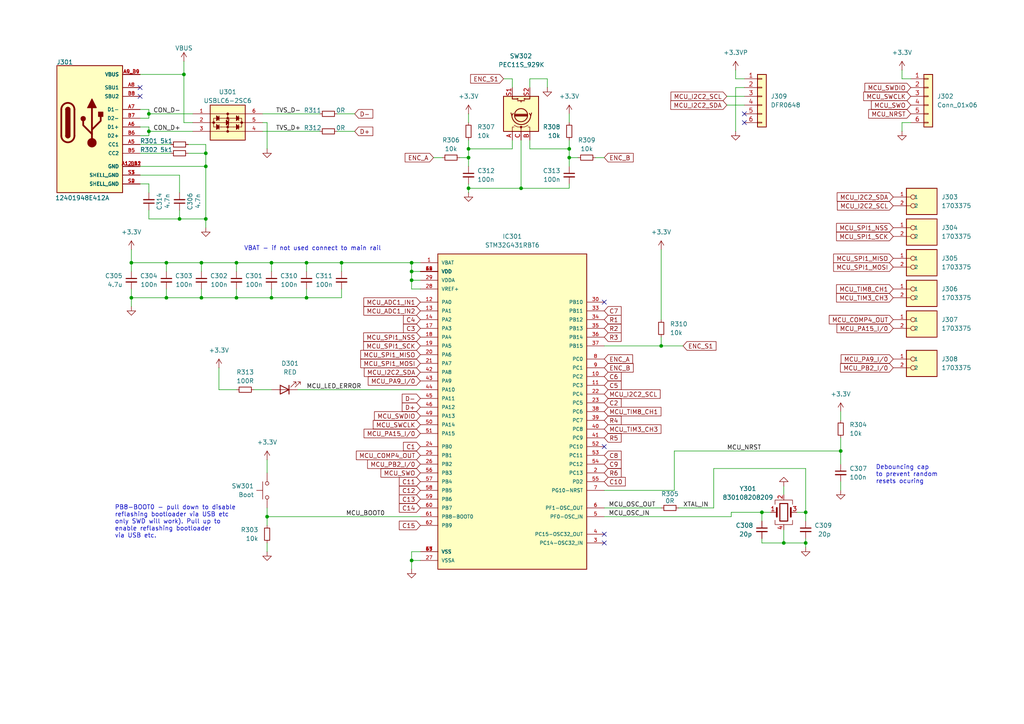
<source format=kicad_sch>
(kicad_sch (version 20231120) (generator "eeschema") (generator_version "8.0")
  (paper "A4")
  (title_block (title "DevKeyboard") (date "2024-07-13") (rev "1.0") (company "WM"))
  (junction (at 191.77 100.33))
  (junction (at 68.58 76.2))
  (junction (at 135.89 43.18))
  (junction (at 43.18 33.02))
  (junction (at 99.06 76.2))
  (junction (at 135.89 54.61))
  (junction (at 48.26 86.36))
  (junction (at 59.69 48.26))
  (junction (at 151.13 54.61))
  (junction (at 59.69 63.5))
  (junction (at 43.18 38.1))
  (junction (at 119.38 78.74))
  (junction (at 53.34 21.59))
  (junction (at 38.1 76.2))
  (junction (at 68.58 86.36))
  (junction (at 58.42 76.2))
  (junction (at 233.68 148.59))
  (junction (at 38.1 86.36))
  (junction (at 59.69 44.45))
  (junction (at 78.74 76.2))
  (junction (at 227.33 157.48))
  (junction (at 220.98 148.59))
  (junction (at 119.38 162.56))
  (junction (at 165.1 43.18))
  (junction (at 77.47 149.86))
  (junction (at 243.84 130.81))
  (junction (at 58.42 86.36))
  (junction (at 48.26 76.2))
  (junction (at 78.74 86.36))
  (junction (at 119.38 76.2))
  (junction (at 135.89 45.72))
  (junction (at 88.9 86.36))
  (junction (at 233.68 157.48))
  (junction (at 165.1 45.72))
  (junction (at 52.07 63.5))
  (junction (at 119.38 81.28))
  (junction (at 88.9 76.2))
  (no_connect (at 215.9 35.56))
  (no_connect (at 175.26 157.48))
  (no_connect (at 175.26 129.54))
  (no_connect (at 215.9 33.02))
  (no_connect (at 175.26 87.63))
  (no_connect (at 40.64 25.4))
  (no_connect (at 40.64 27.94))
  (no_connect (at 175.26 154.94))
  (wire (pts (xy 38.1 76.2) (xy 38.1 78.74)))
  (wire (pts (xy 135.89 43.18) (xy 135.89 45.72)))
  (wire (pts (xy 151.13 54.61) (xy 135.89 54.61)))
  (wire (pts (xy 243.84 130.81) (xy 243.84 134.62)))
  (wire (pts (xy 68.58 113.03) (xy 63.5 113.03)))
  (wire (pts (xy 54.61 44.45) (xy 59.69 44.45)))
  (wire (pts (xy 121.92 160.02) (xy 119.38 160.02)))
  (wire (pts (xy 76.2 33.02) (xy 92.71 33.02)))
  (wire (pts (xy 165.1 45.72) (xy 167.64 45.72)))
  (wire (pts (xy 227.33 140.97) (xy 227.33 143.51)))
  (wire (pts (xy 68.58 83.82) (xy 68.58 86.36)))
  (wire (pts (xy 43.18 36.83) (xy 43.18 38.1)))
  (wire (pts (xy 213.36 22.86) (xy 215.9 22.86)))
  (wire (pts (xy 97.79 38.1) (xy 102.87 38.1)))
  (wire (pts (xy 191.77 97.79) (xy 191.77 100.33)))
  (wire (pts (xy 125.73 45.72) (xy 128.27 45.72)))
  (wire (pts (xy 119.38 76.2) (xy 121.92 76.2)))
  (wire (pts (xy 119.38 162.56) (xy 119.38 165.1)))
  (wire (pts (xy 153.67 40.64) (xy 153.67 43.18)))
  (wire (pts (xy 264.16 35.56) (xy 261.62 35.56)))
  (wire (pts (xy 175.26 45.72) (xy 172.72 45.72)))
  (wire (pts (xy 231.14 148.59) (xy 233.68 148.59)))
  (wire (pts (xy 207.01 147.32) (xy 207.01 135.89)))
  (wire (pts (xy 38.1 83.82) (xy 38.1 86.36)))
  (wire (pts (xy 213.36 38.1) (xy 213.36 25.4)))
  (wire (pts (xy 54.61 41.91) (xy 59.69 41.91)))
  (wire (pts (xy 153.67 22.86) (xy 158.75 22.86)))
  (wire (pts (xy 88.9 76.2) (xy 88.9 78.74)))
  (wire (pts (xy 261.62 35.56) (xy 261.62 38.1)))
  (wire (pts (xy 40.64 21.59) (xy 53.34 21.59)))
  (wire (pts (xy 49.53 41.91) (xy 40.64 41.91)))
  (wire (pts (xy 212.09 149.86) (xy 212.09 148.59)))
  (wire (pts (xy 43.18 38.1) (xy 55.88 38.1)))
  (wire (pts (xy 77.47 133.35) (xy 77.47 137.16)))
  (wire (pts (xy 59.69 48.26) (xy 59.69 63.5)))
  (wire (pts (xy 119.38 160.02) (xy 119.38 162.56)))
  (wire (pts (xy 233.68 148.59) (xy 233.68 151.13)))
  (wire (pts (xy 97.79 33.02) (xy 102.87 33.02)))
  (wire (pts (xy 63.5 113.03) (xy 63.5 106.68)))
  (wire (pts (xy 135.89 45.72) (xy 135.89 48.26)))
  (wire (pts (xy 53.34 21.59) (xy 53.34 17.78)))
  (wire (pts (xy 40.64 53.34) (xy 43.18 53.34)))
  (wire (pts (xy 220.98 151.13) (xy 220.98 148.59)))
  (wire (pts (xy 43.18 38.1) (xy 43.18 39.37)))
  (wire (pts (xy 43.18 53.34) (xy 43.18 55.88)))
  (wire (pts (xy 165.1 53.34) (xy 165.1 54.61)))
  (wire (pts (xy 148.59 40.64) (xy 148.59 43.18)))
  (wire (pts (xy 165.1 43.18) (xy 165.1 45.72)))
  (wire (pts (xy 165.1 45.72) (xy 165.1 48.26)))
  (wire (pts (xy 52.07 63.5) (xy 59.69 63.5)))
  (wire (pts (xy 213.36 20.32) (xy 213.36 22.86)))
  (wire (pts (xy 40.64 39.37) (xy 43.18 39.37)))
  (wire (pts (xy 43.18 63.5) (xy 52.07 63.5)))
  (wire (pts (xy 148.59 25.4) (xy 148.59 22.86)))
  (wire (pts (xy 233.68 148.59) (xy 233.68 135.89)))
  (wire (pts (xy 196.85 147.32) (xy 207.01 147.32)))
  (wire (pts (xy 210.82 30.48) (xy 215.9 30.48)))
  (wire (pts (xy 77.47 149.86) (xy 77.47 147.32)))
  (wire (pts (xy 49.53 44.45) (xy 40.64 44.45)))
  (wire (pts (xy 88.9 86.36) (xy 78.74 86.36)))
  (wire (pts (xy 68.58 76.2) (xy 58.42 76.2)))
  (wire (pts (xy 99.06 86.36) (xy 88.9 86.36)))
  (wire (pts (xy 119.38 81.28) (xy 119.38 78.74)))
  (wire (pts (xy 195.58 130.81) (xy 243.84 130.81)))
  (wire (pts (xy 175.26 147.32) (xy 191.77 147.32)))
  (wire (pts (xy 264.16 22.86) (xy 261.62 22.86)))
  (wire (pts (xy 243.84 119.38) (xy 243.84 121.92)))
  (wire (pts (xy 119.38 81.28) (xy 121.92 81.28)))
  (wire (pts (xy 165.1 54.61) (xy 151.13 54.61)))
  (wire (pts (xy 261.62 22.86) (xy 261.62 20.32)))
  (wire (pts (xy 99.06 83.82) (xy 99.06 86.36)))
  (wire (pts (xy 40.64 36.83) (xy 43.18 36.83)))
  (wire (pts (xy 135.89 40.64) (xy 135.89 43.18)))
  (wire (pts (xy 38.1 86.36) (xy 48.26 86.36)))
  (wire (pts (xy 191.77 100.33) (xy 198.12 100.33)))
  (wire (pts (xy 43.18 60.96) (xy 43.18 63.5)))
  (wire (pts (xy 220.98 156.21) (xy 220.98 157.48)))
  (wire (pts (xy 191.77 72.39) (xy 191.77 92.71)))
  (wire (pts (xy 135.89 33.02) (xy 135.89 35.56)))
  (wire (pts (xy 53.34 35.56) (xy 55.88 35.56)))
  (wire (pts (xy 58.42 83.82) (xy 58.42 86.36)))
  (wire (pts (xy 68.58 76.2) (xy 68.58 78.74)))
  (wire (pts (xy 148.59 43.18) (xy 135.89 43.18)))
  (wire (pts (xy 135.89 55.88) (xy 135.89 54.61)))
  (wire (pts (xy 88.9 76.2) (xy 78.74 76.2)))
  (wire (pts (xy 175.26 142.24) (xy 195.58 142.24)))
  (wire (pts (xy 77.47 160.02) (xy 77.47 157.48)))
  (wire (pts (xy 99.06 76.2) (xy 119.38 76.2)))
  (wire (pts (xy 38.1 72.39) (xy 38.1 76.2)))
  (wire (pts (xy 77.47 149.86) (xy 121.92 149.86)))
  (wire (pts (xy 43.18 33.02) (xy 55.88 33.02)))
  (wire (pts (xy 48.26 83.82) (xy 48.26 86.36)))
  (wire (pts (xy 227.33 153.67) (xy 227.33 157.48)))
  (wire (pts (xy 76.2 38.1) (xy 92.71 38.1)))
  (wire (pts (xy 135.89 54.61) (xy 135.89 53.34)))
  (wire (pts (xy 207.01 135.89) (xy 233.68 135.89)))
  (wire (pts (xy 59.69 44.45) (xy 59.69 48.26)))
  (wire (pts (xy 88.9 83.82) (xy 88.9 86.36)))
  (wire (pts (xy 58.42 76.2) (xy 48.26 76.2)))
  (wire (pts (xy 175.26 100.33) (xy 191.77 100.33)))
  (wire (pts (xy 58.42 76.2) (xy 58.42 78.74)))
  (wire (pts (xy 175.26 149.86) (xy 212.09 149.86)))
  (wire (pts (xy 40.64 50.8) (xy 52.07 50.8)))
  (wire (pts (xy 121.92 162.56) (xy 119.38 162.56)))
  (wire (pts (xy 146.05 22.86) (xy 148.59 22.86)))
  (wire (pts (xy 76.2 35.56) (xy 77.47 35.56)))
  (wire (pts (xy 165.1 33.02) (xy 165.1 35.56)))
  (wire (pts (xy 99.06 76.2) (xy 88.9 76.2)))
  (wire (pts (xy 38.1 88.9) (xy 38.1 86.36)))
  (wire (pts (xy 195.58 142.24) (xy 195.58 130.81)))
  (wire (pts (xy 40.64 34.29) (xy 43.18 34.29)))
  (wire (pts (xy 52.07 60.96) (xy 52.07 63.5)))
  (wire (pts (xy 135.89 45.72) (xy 133.35 45.72)))
  (wire (pts (xy 77.47 152.4) (xy 77.47 149.86)))
  (wire (pts (xy 119.38 78.74) (xy 121.92 78.74)))
  (wire (pts (xy 233.68 156.21) (xy 233.68 157.48)))
  (wire (pts (xy 48.26 86.36) (xy 58.42 86.36)))
  (wire (pts (xy 151.13 40.64) (xy 151.13 54.61)))
  (wire (pts (xy 53.34 21.59) (xy 53.34 35.56)))
  (wire (pts (xy 233.68 157.48) (xy 233.68 158.75)))
  (wire (pts (xy 86.36 113.03) (xy 121.92 113.03)))
  (wire (pts (xy 59.69 41.91) (xy 59.69 44.45)))
  (wire (pts (xy 59.69 63.5) (xy 59.69 66.04)))
  (wire (pts (xy 40.64 48.26) (xy 59.69 48.26)))
  (wire (pts (xy 52.07 50.8) (xy 52.07 55.88)))
  (wire (pts (xy 58.42 86.36) (xy 68.58 86.36)))
  (wire (pts (xy 220.98 148.59) (xy 223.52 148.59)))
  (wire (pts (xy 40.64 31.75) (xy 43.18 31.75)))
  (wire (pts (xy 119.38 78.74) (xy 119.38 76.2)))
  (wire (pts (xy 158.75 22.86) (xy 158.75 25.4)))
  (wire (pts (xy 38.1 76.2) (xy 48.26 76.2)))
  (wire (pts (xy 165.1 40.64) (xy 165.1 43.18)))
  (wire (pts (xy 212.09 148.59) (xy 220.98 148.59)))
  (wire (pts (xy 43.18 31.75) (xy 43.18 33.02)))
  (wire (pts (xy 153.67 25.4) (xy 153.67 22.86)))
  (wire (pts (xy 243.84 127) (xy 243.84 130.81)))
  (wire (pts (xy 227.33 157.48) (xy 233.68 157.48)))
  (wire (pts (xy 220.98 157.48) (xy 227.33 157.48)))
  (wire (pts (xy 43.18 33.02) (xy 43.18 34.29)))
  (wire (pts (xy 48.26 78.74) (xy 48.26 76.2)))
  (wire (pts (xy 210.82 27.94) (xy 215.9 27.94)))
  (wire (pts (xy 68.58 76.2) (xy 78.74 76.2)))
  (wire (pts (xy 78.74 86.36) (xy 78.74 83.82)))
  (wire (pts (xy 77.47 35.56) (xy 77.47 43.18)))
  (wire (pts (xy 121.92 83.82) (xy 119.38 83.82)))
  (wire (pts (xy 243.84 142.24) (xy 243.84 139.7)))
  (wire (pts (xy 68.58 86.36) (xy 78.74 86.36)))
  (wire (pts (xy 73.66 113.03) (xy 78.74 113.03)))
  (wire (pts (xy 99.06 78.74) (xy 99.06 76.2)))
  (wire (pts (xy 153.67 43.18) (xy 165.1 43.18)))
  (wire (pts (xy 119.38 83.82) (xy 119.38 81.28)))
  (wire (pts (xy 78.74 76.2) (xy 78.74 78.74)))
  (wire (pts (xy 213.36 25.4) (xy 215.9 25.4)))
  (text "Debouncing cap\nto prevent random \nresets ocuring" (at 254 137.668 0) (effects (font (size 1.27 1.27)) (justify left)))
  (text "VBAT - if not used connect to main rail" (at 90.678 72.136 0) (effects (font (size 1.27 1.27))))
  (text "PB8-BOOT0 - pull down to disable \nreflashing bootloader via USB etc\nonly SWD will work). Pull up to\nenable reflashing bootloader\nvia USB etc." (at 33.274 151.384 0) (effects (font (size 1.27 1.27)) (justify left)))
  (label "MCU_BOOT0" (at 100.33 149.86 0))
  (label "CON_D-" (at 44.45 33.02 0))
  (label "XTAL_IN" (at 198.12 147.32 0))
  (label "TVS_D+" (at 80.01 38.1 0))
  (label "CON_D+" (at 44.45 38.1 0))
  (label "MCU_LED_ERROR" (at 88.9 113.03 0))
  (label "MCU_OSC_IN" (at 176.53 149.86 0))
  (label "MCU_OSC_OUT" (at 176.53 147.32 0))
  (label "MCU_NRST" (at 210.82 130.81 0))
  (label "TVS_D-" (at 80.01 33.02 0))
  (global_label "C8" (shape input) (at 175.26 132.08 0) (property "Intersheetrefs" "${INTERSHEET_REFS}" (effects (hide yes))))
  (global_label "MCU_ADC1_IN1" (shape input) (at 121.92 87.63 180) (property "Intersheetrefs" "${INTERSHEET_REFS}" (effects (hide yes))))
  (global_label "MCU_ADC1_IN2" (shape input) (at 121.92 90.17 180) (property "Intersheetrefs" "${INTERSHEET_REFS}" (effects (hide yes))))
  (global_label "MCU_PA15_I{slash}0" (shape input) (at 121.92 125.73 180) (property "Intersheetrefs" "${INTERSHEET_REFS}" (effects (hide yes))))
  (global_label "C1" (shape input) (at 121.92 129.54 180) (property "Intersheetrefs" "${INTERSHEET_REFS}" (effects (hide yes))))
  (global_label "MCU_NRST" (shape input) (at 264.16 33.02 180) (property "Intersheetrefs" "${INTERSHEET_REFS}" (effects (hide yes))))
  (global_label "ENC_S1" (shape input) (at 198.12 100.33 0) (property "Intersheetrefs" "${INTERSHEET_REFS}" (effects (hide yes))))
  (global_label "MCU_SPI1_MOSI" (shape input) (at 259.08 77.47 180) (property "Intersheetrefs" "${INTERSHEET_REFS}" (effects (hide yes))))
  (global_label "C2" (shape input) (at 175.26 116.84 0) (property "Intersheetrefs" "${INTERSHEET_REFS}" (effects (hide yes))))
  (global_label "R1" (shape input) (at 175.26 92.71 0) (property "Intersheetrefs" "${INTERSHEET_REFS}" (effects (hide yes))))
  (global_label "MCU_TIM8_CH1" (shape input) (at 175.26 119.38 0) (property "Intersheetrefs" "${INTERSHEET_REFS}" (effects (hide yes))))
  (global_label "MCU_SWO" (shape input) (at 264.16 30.48 180) (property "Intersheetrefs" "${INTERSHEET_REFS}" (effects (hide yes))))
  (global_label "R4" (shape input) (at 175.26 121.92 0) (property "Intersheetrefs" "${INTERSHEET_REFS}" (effects (hide yes))))
  (global_label "MCU_SPI1_SCK" (shape input) (at 121.92 100.33 180) (property "Intersheetrefs" "${INTERSHEET_REFS}" (effects (hide yes))))
  (global_label "ENC_B" (shape input) (at 175.26 45.72 0) (property "Intersheetrefs" "${INTERSHEET_REFS}" (effects (hide yes))))
  (global_label "D+" (shape input) (at 102.87 38.1 0) (property "Intersheetrefs" "${INTERSHEET_REFS}" (effects (hide yes))))
  (global_label "C9" (shape input) (at 175.26 134.62 0) (property "Intersheetrefs" "${INTERSHEET_REFS}" (effects (hide yes))))
  (global_label "MCU_SPI1_MISO" (shape input) (at 259.08 74.93 180) (property "Intersheetrefs" "${INTERSHEET_REFS}" (effects (hide yes))))
  (global_label "R5" (shape input) (at 175.26 127 0) (property "Intersheetrefs" "${INTERSHEET_REFS}" (effects (hide yes))))
  (global_label "MCU_SPI1_NSS" (shape input) (at 259.08 66.04 180) (property "Intersheetrefs" "${INTERSHEET_REFS}" (effects (hide yes))))
  (global_label "MCU_TIM3_CH3" (shape input) (at 259.08 86.36 180) (property "Intersheetrefs" "${INTERSHEET_REFS}" (effects (hide yes))))
  (global_label "MCU_I2C2_SCL" (shape input) (at 259.08 59.69 180) (property "Intersheetrefs" "${INTERSHEET_REFS}" (effects (hide yes))))
  (global_label "MCU_I2C2_SDA" (shape input) (at 121.92 107.95 180) (property "Intersheetrefs" "${INTERSHEET_REFS}" (effects (hide yes))))
  (global_label "MCU_SWDIO" (shape input) (at 121.92 120.65 180) (property "Intersheetrefs" "${INTERSHEET_REFS}" (effects (hide yes))))
  (global_label "MCU_I2C2_SDA" (shape input) (at 210.82 30.48 180) (property "Intersheetrefs" "${INTERSHEET_REFS}" (effects (hide yes))))
  (global_label "D+" (shape input) (at 121.92 118.11 180) (property "Intersheetrefs" "${INTERSHEET_REFS}" (effects (hide yes))))
  (global_label "MCU_PA9_I{slash}0" (shape input) (at 121.92 110.49 180) (property "Intersheetrefs" "${INTERSHEET_REFS}" (effects (hide yes))))
  (global_label "C14" (shape input) (at 121.92 147.32 180) (property "Intersheetrefs" "${INTERSHEET_REFS}" (effects (hide yes))))
  (global_label "C15" (shape input) (at 121.92 152.4 180) (property "Intersheetrefs" "${INTERSHEET_REFS}" (effects (hide yes))))
  (global_label "ENC_A" (shape input) (at 125.73 45.72 180) (property "Intersheetrefs" "${INTERSHEET_REFS}" (effects (hide yes))))
  (global_label "MCU_I2C2_SCL" (shape input) (at 210.82 27.94 180) (property "Intersheetrefs" "${INTERSHEET_REFS}" (effects (hide yes))))
  (global_label "R3" (shape input) (at 175.26 97.79 0) (property "Intersheetrefs" "${INTERSHEET_REFS}" (effects (hide yes))))
  (global_label "C13" (shape input) (at 121.92 144.78 180) (property "Intersheetrefs" "${INTERSHEET_REFS}" (effects (hide yes))))
  (global_label "MCU_PB2_I{slash}0" (shape input) (at 259.08 106.68 180) (property "Intersheetrefs" "${INTERSHEET_REFS}" (effects (hide yes))))
  (global_label "MCU_SWCLK" (shape input) (at 121.92 123.19 180) (property "Intersheetrefs" "${INTERSHEET_REFS}" (effects (hide yes))))
  (global_label "MCU_SWDIO" (shape input) (at 264.16 25.4 180) (property "Intersheetrefs" "${INTERSHEET_REFS}" (effects (hide yes))))
  (global_label "MCU_SPI1_MOSI" (shape input) (at 121.92 105.41 180) (property "Intersheetrefs" "${INTERSHEET_REFS}" (effects (hide yes))))
  (global_label "MCU_SWCLK" (shape input) (at 264.16 27.94 180) (property "Intersheetrefs" "${INTERSHEET_REFS}" (effects (hide yes))))
  (global_label "C11" (shape input) (at 121.92 139.7 180) (property "Intersheetrefs" "${INTERSHEET_REFS}" (effects (hide yes))))
  (global_label "MCU_TIM3_CH3" (shape input) (at 175.26 124.46 0) (property "Intersheetrefs" "${INTERSHEET_REFS}" (effects (hide yes))))
  (global_label "ENC_A" (shape input) (at 175.26 104.14 0) (property "Intersheetrefs" "${INTERSHEET_REFS}" (effects (hide yes))))
  (global_label "ENC_B" (shape input) (at 175.26 106.68 0) (property "Intersheetrefs" "${INTERSHEET_REFS}" (effects (hide yes))))
  (global_label "MCU_TIM8_CH1" (shape input) (at 259.08 83.82 180) (property "Intersheetrefs" "${INTERSHEET_REFS}" (effects (hide yes))))
  (global_label "MCU_SWO" (shape input) (at 121.92 137.16 180) (property "Intersheetrefs" "${INTERSHEET_REFS}" (effects (hide yes))))
  (global_label "MCU_SPI1_MISO" (shape input) (at 121.92 102.87 180) (property "Intersheetrefs" "${INTERSHEET_REFS}" (effects (hide yes))))
  (global_label "MCU_I2C2_SCL" (shape input) (at 175.26 114.3 0) (property "Intersheetrefs" "${INTERSHEET_REFS}" (effects (hide yes))))
  (global_label "R6" (shape input) (at 175.26 137.16 0) (property "Intersheetrefs" "${INTERSHEET_REFS}" (effects (hide yes))))
  (global_label "MCU_PA15_I{slash}0" (shape input) (at 259.08 95.25 180) (property "Intersheetrefs" "${INTERSHEET_REFS}" (effects (hide yes))))
  (global_label "MCU_COMP4_OUT" (shape input) (at 259.08 92.71 180) (property "Intersheetrefs" "${INTERSHEET_REFS}" (effects (hide yes))))
  (global_label "C7" (shape input) (at 175.26 90.17 0) (property "Intersheetrefs" "${INTERSHEET_REFS}" (effects (hide yes))))
  (global_label "C4" (shape input) (at 121.92 92.71 180) (property "Intersheetrefs" "${INTERSHEET_REFS}" (effects (hide yes))))
  (global_label "ENC_S1" (shape input) (at 146.05 22.86 180) (property "Intersheetrefs" "${INTERSHEET_REFS}" (effects (hide yes))))
  (global_label "MCU_I2C2_SDA" (shape input) (at 259.08 57.15 180) (property "Intersheetrefs" "${INTERSHEET_REFS}" (effects (hide yes))))
  (global_label "MCU_SPI1_NSS" (shape input) (at 121.92 97.79 180) (property "Intersheetrefs" "${INTERSHEET_REFS}" (effects (hide yes))))
  (global_label "MCU_PB2_I{slash}0" (shape input) (at 121.92 134.62 180) (property "Intersheetrefs" "${INTERSHEET_REFS}" (effects (hide yes))))
  (global_label "D-" (shape input) (at 121.92 115.57 180) (property "Intersheetrefs" "${INTERSHEET_REFS}" (effects (hide yes))))
  (global_label "C3" (shape input) (at 121.92 95.25 180) (property "Intersheetrefs" "${INTERSHEET_REFS}" (effects (hide yes))))
  (global_label "C12" (shape input) (at 121.92 142.24 180) (property "Intersheetrefs" "${INTERSHEET_REFS}" (effects (hide yes))))
  (global_label "MCU_SPI1_SCK" (shape input) (at 259.08 68.58 180) (property "Intersheetrefs" "${INTERSHEET_REFS}" (effects (hide yes))))
  (global_label "MCU_PA9_I{slash}0" (shape input) (at 259.08 104.14 180) (property "Intersheetrefs" "${INTERSHEET_REFS}" (effects (hide yes))))
  (global_label "D-" (shape input) (at 102.87 33.02 0) (property "Intersheetrefs" "${INTERSHEET_REFS}" (effects (hide yes))))
  (global_label "C5" (shape input) (at 175.26 111.76 0) (property "Intersheetrefs" "${INTERSHEET_REFS}" (effects (hide yes))))
  (global_label "C10" (shape input) (at 175.26 139.7 0) (property "Intersheetrefs" "${INTERSHEET_REFS}" (effects (hide yes))))
  (global_label "C6" (shape input) (at 175.26 109.22 0) (property "Intersheetrefs" "${INTERSHEET_REFS}" (effects (hide yes))))
  (global_label "MCU_COMP4_OUT" (shape input) (at 121.92 132.08 180) (property "Intersheetrefs" "${INTERSHEET_REFS}" (effects (hide yes))))
  (global_label "R2" (shape input) (at 175.26 95.25 0) (property "Intersheetrefs" "${INTERSHEET_REFS}" (effects (hide yes))))
  (symbol (lib_id "power:+3.3V") (at 63.5 106.68 0) (mirror y) (unit 1)
    (property "Reference" "#PWR0316" (effects (hide yes)))
    (property "Value" "+3.3V" (at 63.5 101.6 0))
    (property "Description" "Power symbol creates a global label with name \"+3.3V\"" (effects (hide yes)))
  )
  (symbol (lib_id "Device:R_Small") (at 243.84 124.46 0) (unit 1)
    (property "Reference" "R304" (at 246.38 123.1899 0) (effects (justify left)))
    (property "Value" "10k" (at 246.38 125.7299 0) (effects (justify left)))
    (property "Footprint" "Resistor_SMD:R_0402_1005Metric" (effects (hide yes)))
    (property "Description" "Resistor, small symbol" (effects (hide yes)))
  )
  (symbol (lib_id "PHOENIX_1703375:1703375") (at 266.7 57.15 0) (unit 1)
    (property "Reference" "J303" (at 273.05 57.1499 0) (effects (justify left)))
    (property "Value" "1703375" (at 273.05 59.6899 0) (effects (justify left)))
    (property "Footprint" "PHOENIX_1703375:PHOENIX_1703375" (effects (hide yes)))
    (property "Datasheet" "https://www.phoenixcontact.com/en-us/products/printed-circuit-board-terminal-ptq-03-2-25-l-thr-r32-1703375?type=pdf" (effects (hide yes)))
    (property "MF" "Phoenix Contact" (effects (hide yes)))
    (property "MAXIMUM_PACKAGE_HEIGHT" "12.90 mm" (effects (hide yes)))
    (property "Package" "None" (effects (hide yes)))
    (property "Price" "None" (effects (hide yes)))
    (property "Check_prices" "https://www.snapeda.com/parts/1703375/Phoenix+Contact/view-part/?ref=eda" (effects (hide yes)))
    (property "STANDARD" "Manufacturer Recommendations" (effects (hide yes)))
    (property "PARTREV" "01" (effects (hide yes)))
    (property "SnapEDA_Link" "https://www.snapeda.com/parts/1703375/Phoenix+Contact/view-part/?ref=snap" (effects (hide yes)))
    (property "MP" "1703375" (effects (hide yes)))
    (property "Purchase-URL" "https://www.snapeda.com/api/url_track_click_mouser/?unipart_id=4800003&manufacturer=Phoenix Contact&part_name=1703375&search_term=None" (effects (hide yes)))
    (property "Description_1" "\nPCB Terminal IDC 2.5mm 22AWG 160V 4A 2 Position Combicon Compact Series | Phoenix Contact 1703375\n" (effects (hide yes)))
    (property "Availability" "In Stock" (effects (hide yes)))
    (property "MANUFACTURER" "Phoenix Contact" (effects (hide yes)))
    (property "Mouser" "https://www.mouser.pl/ProductDetail/Phoenix-Contact/1703375?qs=sGAEpiMZZMvPvGwLNS6710luXqvAubdB%2FaQoEZVqpXc%3D" (effects (hide yes)))
  )
  (symbol (lib_id "power:VBUS") (at 53.34 17.78 0) (unit 1)
    (property "Reference" "#PWR0304" (effects (hide yes)))
    (property "Value" "VBUS" (at 53.34 13.97 0))
    (property "Description" "Power symbol creates a global label with name \"VBUS\"" (effects (hide yes)))
  )
  (symbol (lib_id "power:GND") (at 77.47 43.18 0) (unit 1)
    (property "Reference" "#PWR02" (effects (hide yes)))
    (property "Value" "GND" (effects (hide yes)))
    (property "Description" "Power symbol creates a global label with name \"GND\" , ground" (effects (hide yes)))
  )
  (symbol (lib_id "Device:LED") (at 82.55 113.03 180) (unit 1)
    (property "Reference" "D301" (at 84.1375 105.41 0))
    (property "Value" "RED" (at 84.1375 107.95 0))
    (property "Footprint" "LED_SMD:LED_0603_1608Metric" (effects (hide yes)))
    (property "Datasheet" "https://www.tme.eu/Document/9b3077826c79adf279b69afeda5276c0/FYLS-0603URC.pdf" (effects (hide yes)))
    (property "Description" "Light emitting diode" (effects (hide yes)))
    (property "TME" "https://www.tme.eu/pl/details/fyls-0603urc/diody-led-smd-kolorowe/foryard/" (effects (hide yes)))
    (property "Mouser" "https://www.mouser.pl/ProductDetail/ROHM-Semiconductor/SML-D12U1WT86?qs=M3jcYzEJUdEySuGkbjHEtQ%3D%3D" (effects (hide yes)))
  )
  (symbol (lib_id "Device:R_Small") (at 165.1 38.1 0) (mirror y) (unit 1)
    (property "Reference" "R308" (at 162.56 36.8299 0) (effects (justify left)))
    (property "Value" "10k" (at 162.56 39.3699 0) (effects (justify left)))
    (property "Footprint" "Resistor_SMD:R_0402_1005Metric" (effects (hide yes)))
    (property "Description" "Resistor, small symbol" (effects (hide yes)))
  )
  (symbol (lib_id "power:GND") (at 158.75 25.4 0) (mirror y) (unit 1)
    (property "Reference" "#PWR0319" (effects (hide yes)))
    (property "Value" "GND" (effects (hide yes)))
    (property "Description" "Power symbol creates a global label with name \"GND\" , ground" (effects (hide yes)))
  )
  (symbol (lib_id "power:+3.3VP") (at 213.36 20.32 0) (unit 1)
    (property "Reference" "#PWR0320" (effects (hide yes)))
    (property "Value" "+3.3VP" (at 213.36 15.24 0))
    (property "Description" "Power symbol creates a global label with name \"+3.3VP\"" (effects (hide yes)))
  )
  (symbol (lib_id "power:GND") (at 59.69 66.04 0) (unit 1)
    (property "Reference" "#PWR0305" (effects (hide yes)))
    (property "Value" "GND" (effects (hide yes)))
    (property "Description" "Power symbol creates a global label with name \"GND\" , ground" (effects (hide yes)))
  )
  (symbol (lib_id "power:+3.3V") (at 191.77 72.39 0) (mirror y) (unit 1)
    (property "Reference" "#PWR0318" (effects (hide yes)))
    (property "Value" "+3.3V" (at 191.77 67.31 0))
    (property "Description" "Power symbol creates a global label with name \"+3.3V\"" (effects (hide yes)))
  )
  (symbol (lib_id "power:GND") (at 119.38 165.1 0) (mirror y) (unit 1)
    (property "Reference" "#PWR0307" (effects (hide yes)))
    (property "Value" "GND" (effects (hide yes)))
    (property "Description" "Power symbol creates a global label with name \"GND\" , ground" (effects (hide yes)))
  )
  (symbol (lib_id "Device:RotaryEncoder_Switch") (at 151.13 33.02 90) (unit 1)
    (property "Reference" "SW302" (at 147.828 16.256 90) (effects (justify right)))
    (property "Value" "PEC11S_929K" (at 144.526 18.796 90) (effects (justify right)))
    (property "Footprint" "PEC11S_929K_S0015:PEC11S-929K-S0015" (effects (hide yes)))
    (property "Datasheet" "https://www.mouser.pl/datasheet/2/54/pec11s-953234.pdf" (effects (hide yes)))
    (property "Description" "Rotary encoder, dual channel, incremental quadrate outputs, with switch" (effects (hide yes)))
    (property "Mouser" "https://www.mouser.pl/ProductDetail/Bourns/PEC11S-929K-S0015?qs=80T3JVN997A05YR0wgcotA%3D%3D" (effects (hide yes)))
  )
  (symbol (lib_id "Device:R_Small") (at 95.25 33.02 90) (unit 1)
    (property "Reference" "R311" (at 90.678 32.004 90))
    (property "Value" "0R" (at 98.806 32.004 90))
    (property "Footprint" "Resistor_SMD:R_0402_1005Metric" (effects (hide yes)))
    (property "Description" "Resistor, small symbol" (effects (hide yes)))
  )
  (symbol (lib_id "power:GND") (at 233.68 158.75 0) (unit 1)
    (property "Reference" "#PWR0313" (effects (hide yes)))
    (property "Value" "GND" (effects (hide yes)))
    (property "Description" "Power symbol creates a global label with name \"GND\" , ground" (effects (hide yes)))
  )
  (symbol (lib_id "power:+3.3V") (at 135.89 33.02 0) (mirror y) (unit 1)
    (property "Reference" "#PWR0314" (effects (hide yes)))
    (property "Value" "+3.3V" (at 135.89 27.94 0))
    (property "Description" "Power symbol creates a global label with name \"+3.3V\"" (effects (hide yes)))
  )
  (symbol (lib_id "power:GND") (at 261.62 38.1 0) (unit 1)
    (property "Reference" "#PWR0306" (effects (hide yes)))
    (property "Value" "GND" (effects (hide yes)))
    (property "Description" "Power symbol creates a global label with name \"GND\" , ground" (effects (hide yes)))
  )
  (symbol (lib_id "Device:C_Small") (at 52.07 58.42 180) (unit 1)
    (property "Reference" "C306" (at 55.118 55.88 90) (effects (justify left)))
    (property "Value" "4.7n" (at 57.404 56.134 90) (effects (justify left)))
    (property "Footprint" "Capacitor_SMD:C_0402_1005Metric" (effects (hide yes)))
    (property "Description" "Unpolarized capacitor, small symbol" (effects (hide yes)))
    (property "Mouser" "https://www.mouser.pl/ProductDetail/Murata-Electronics/GRM155R71C472KA01D?qs=y02iAgv9n60tMMjiApvf3A%3D%3D" (effects (hide yes)))
  )
  (symbol (lib_id "power:GND") (at 135.89 55.88 0) (mirror y) (unit 1)
    (property "Reference" "#PWR0317" (effects (hide yes)))
    (property "Value" "GND" (effects (hide yes)))
    (property "Description" "Power symbol creates a global label with name \"GND\" , ground" (effects (hide yes)))
  )
  (symbol (lib_id "STM32G431RBT6:STM32G431RBT6") (at 121.92 91.44 0) (unit 1)
    (property "Reference" "IC301" (at 148.59 68.58 0))
    (property "Value" "STM32G431RBT6" (at 148.59 71.12 0))
    (property "Footprint" "STM32G431RBT6:QFP50P1200X1200X160-64N" (effects (hide yes)))
    (property "Datasheet" "https://www.mouser.pl/datasheet/2/389/stm32g431c6-1600866.pdf" (effects (hide yes)))
    (property "Manufacturer_Name" "STMicroelectronics" (effects (hide yes)))
    (property "MF" "STMicroelectronics" (effects (hide yes)))
    (property "Mouser_Price-Stock" "https://www.mouser.co.uk/ProductDetail/STMicroelectronics/STM32G431RBT6?qs=T3oQrply3y8GpSwPjv1GMg%3D%3D" (effects (hide yes)))
    (property "Description_1" "\nARM® Cortex®-M4F STM32G4 Microcontroller IC 32-Bit Single-Core 170MHz 128KB (128K x 8) FLASH 64-LQFP (10x10)\n" (effects (hide yes)))
    (property "Price" "None" (effects (hide yes)))
    (property "Mouser_Part_Number" "511-STM32G431RBT6" (effects (hide yes)))
    (property "Check_prices" "https://www.snapeda.com/parts/STM32G431RBT6/STMicroelectronics/view-part/?ref=eda" (effects (hide yes)))
    (property "Height" "1.6mm" (effects (hide yes)))
    (property "SnapEDA_Link" "https://www.snapeda.com/parts/STM32G431RBT6/STMicroelectronics/view-part/?ref=snap" (effects (hide yes)))
    (property "MP" "STM32G431RBT6" (effects (hide yes)))
    (property "Package" "LQFP-64 STMicroelectronics" (effects (hide yes)))
    (property "Availability" "In Stock" (effects (hide yes)))
    (property "Manufacturer_Part_Number" "STM32G431RBT6" (effects (hide yes)))
    (property "Mouser" "https://www.mouser.pl/ProductDetail/STMicroelectronics/STM32G431RBT6?qs=T3oQrply3y8GpSwPjv1GMg%3D%3D" (effects (hide yes)))
  )
  (symbol (lib_id "Device:R_Small") (at 130.81 45.72 90) (unit 1)
    (property "Reference" "R306" (at 130.81 40.64 90))
    (property "Value" "10k" (at 130.81 43.18 90))
    (property "Footprint" "Resistor_SMD:R_0402_1005Metric" (effects (hide yes)))
    (property "Description" "Resistor, small symbol" (effects (hide yes)))
  )
  (symbol (lib_id "Device:R_Small") (at 71.12 113.03 90) (mirror x) (unit 1)
    (property "Reference" "R313" (at 71.12 107.95 90))
    (property "Value" "100R" (at 71.12 110.49 90))
    (property "Footprint" "Resistor_SMD:R_0402_1005Metric" (effects (hide yes)))
    (property "Description" "Resistor, small symbol" (effects (hide yes)))
  )
  (symbol (lib_id "PHOENIX_1703375:1703375") (at 266.7 66.04 0) (unit 1)
    (property "Reference" "J304" (at 273.05 66.0399 0) (effects (justify left)))
    (property "Value" "1703375" (at 273.05 68.5799 0) (effects (justify left)))
    (property "Footprint" "PHOENIX_1703375:PHOENIX_1703375" (effects (hide yes)))
    (property "Datasheet" "https://www.phoenixcontact.com/en-us/products/printed-circuit-board-terminal-ptq-03-2-25-l-thr-r32-1703375?type=pdf" (effects (hide yes)))
    (property "MF" "Phoenix Contact" (effects (hide yes)))
    (property "MAXIMUM_PACKAGE_HEIGHT" "12.90 mm" (effects (hide yes)))
    (property "Package" "None" (effects (hide yes)))
    (property "Price" "None" (effects (hide yes)))
    (property "Check_prices" "https://www.snapeda.com/parts/1703375/Phoenix+Contact/view-part/?ref=eda" (effects (hide yes)))
    (property "STANDARD" "Manufacturer Recommendations" (effects (hide yes)))
    (property "PARTREV" "01" (effects (hide yes)))
    (property "SnapEDA_Link" "https://www.snapeda.com/parts/1703375/Phoenix+Contact/view-part/?ref=snap" (effects (hide yes)))
    (property "MP" "1703375" (effects (hide yes)))
    (property "Purchase-URL" "https://www.snapeda.com/api/url_track_click_mouser/?unipart_id=4800003&manufacturer=Phoenix Contact&part_name=1703375&search_term=None" (effects (hide yes)))
    (property "Description_1" "\nPCB Terminal IDC 2.5mm 22AWG 160V 4A 2 Position Combicon Compact Series | Phoenix Contact 1703375\n" (effects (hide yes)))
    (property "Availability" "In Stock" (effects (hide yes)))
    (property "MANUFACTURER" "Phoenix Contact" (effects (hide yes)))
    (property "Mouser" "https://www.mouser.pl/ProductDetail/Phoenix-Contact/1703375?qs=sGAEpiMZZMvPvGwLNS6710luXqvAubdB%2FaQoEZVqpXc%3D" (effects (hide yes)))
  )
  (symbol (lib_id "PHOENIX_1703375:1703375") (at 266.7 74.93 0) (unit 1)
    (property "Reference" "J305" (at 273.05 74.9299 0) (effects (justify left)))
    (property "Value" "1703375" (at 273.05 77.4699 0) (effects (justify left)))
    (property "Footprint" "PHOENIX_1703375:PHOENIX_1703375" (effects (hide yes)))
    (property "Datasheet" "https://www.phoenixcontact.com/en-us/products/printed-circuit-board-terminal-ptq-03-2-25-l-thr-r32-1703375?type=pdf" (effects (hide yes)))
    (property "MF" "Phoenix Contact" (effects (hide yes)))
    (property "MAXIMUM_PACKAGE_HEIGHT" "12.90 mm" (effects (hide yes)))
    (property "Package" "None" (effects (hide yes)))
    (property "Price" "None" (effects (hide yes)))
    (property "Check_prices" "https://www.snapeda.com/parts/1703375/Phoenix+Contact/view-part/?ref=eda" (effects (hide yes)))
    (property "STANDARD" "Manufacturer Recommendations" (effects (hide yes)))
    (property "PARTREV" "01" (effects (hide yes)))
    (property "SnapEDA_Link" "https://www.snapeda.com/parts/1703375/Phoenix+Contact/view-part/?ref=snap" (effects (hide yes)))
    (property "MP" "1703375" (effects (hide yes)))
    (property "Purchase-URL" "https://www.snapeda.com/api/url_track_click_mouser/?unipart_id=4800003&manufacturer=Phoenix Contact&part_name=1703375&search_term=None" (effects (hide yes)))
    (property "Description_1" "\nPCB Terminal IDC 2.5mm 22AWG 160V 4A 2 Position Combicon Compact Series | Phoenix Contact 1703375\n" (effects (hide yes)))
    (property "Availability" "In Stock" (effects (hide yes)))
    (property "MANUFACTURER" "Phoenix Contact" (effects (hide yes)))
    (property "Mouser" "https://www.mouser.pl/ProductDetail/Phoenix-Contact/1703375?qs=sGAEpiMZZMvPvGwLNS6710luXqvAubdB%2FaQoEZVqpXc%3D" (effects (hide yes)))
  )
  (symbol (lib_id "Device:C_Small") (at 233.68 153.67 0) (unit 1)
    (property "Reference" "C309" (at 236.22 152.4062 0) (effects (justify left)))
    (property "Value" "20p" (at 237.236 154.94 0) (effects (justify left)))
    (property "Footprint" "Capacitor_SMD:C_0402_1005Metric" (effects (hide yes)))
    (property "Description" "Unpolarized capacitor, small symbol" (effects (hide yes)))
    (property "Mouser" "https://www.mouser.pl/ProductDetail/Walsin/0402N200J160CT?qs=ZrPdAQfJ6DMgXpTHiVt4Bw%3D%3D" (effects (hide yes)))
  )
  (symbol (lib_id "Device:C_Small") (at 99.06 81.28 0) (mirror y) (unit 1)
    (property "Reference" "C311" (at 96.52 80.0162 0) (effects (justify left)))
    (property "Value" "100n" (at 96.52 82.5562 0) (effects (justify left)))
    (property "Footprint" "Capacitor_SMD:C_0402_1005Metric" (effects (hide yes)))
    (property "Description" "Unpolarized capacitor, small symbol" (effects (hide yes)))
    (property "Mouser" "https://www.mouser.pl/ProductDetail/Samsung-Electro-Mechanics/CL05F104ZO5NNND?qs=xZ%2FP%252Ba9zWqbhYdSKVkemeA%3D%3D" (effects (hide yes)))
  )
  (symbol (lib_id "power:GND") (at 227.33 140.97 180) (unit 1)
    (property "Reference" "#PWR0312" (effects (hide yes)))
    (property "Value" "GND" (effects (hide yes)))
    (property "Description" "Power symbol creates a global label with name \"GND\" , ground" (effects (hide yes)))
  )
  (symbol (lib_id "Device:R_Small") (at 52.07 44.45 90) (unit 1)
    (property "Reference" "R302" (at 43.18 43.434 90))
    (property "Value" "5k1" (at 48.26 43.434 90))
    (property "Footprint" "Resistor_SMD:R_0402_1005Metric" (effects (hide yes)))
    (property "Description" "Resistor, small symbol" (effects (hide yes)))
  )
  (symbol (lib_id "Device:R_Small") (at 135.89 38.1 0) (unit 1)
    (property "Reference" "R307" (at 138.43 36.8299 0) (effects (justify left)))
    (property "Value" "10k" (at 138.43 39.3699 0) (effects (justify left)))
    (property "Footprint" "Resistor_SMD:R_0402_1005Metric" (effects (hide yes)))
    (property "Description" "Resistor, small symbol" (effects (hide yes)))
  )
  (symbol (lib_id "power:GND") (at 213.36 38.1 0) (unit 1)
    (property "Reference" "#PWR0321" (effects (hide yes)))
    (property "Value" "GND" (effects (hide yes)))
    (property "Description" "Power symbol creates a global label with name \"GND\" , ground" (effects (hide yes)))
  )
  (symbol (lib_id "power:+3.3V") (at 38.1 72.39 0) (mirror y) (unit 1)
    (property "Reference" "#PWR0302" (effects (hide yes)))
    (property "Value" "+3.3V" (at 38.1 67.31 0))
    (property "Description" "Power symbol creates a global label with name \"+3.3V\"" (effects (hide yes)))
  )
  (symbol (lib_id "Device:C_Small") (at 43.18 58.42 180) (unit 1)
    (property "Reference" "C314" (at 46.228 55.88 90) (effects (justify left)))
    (property "Value" "4.7n" (at 48.514 56.134 90) (effects (justify left)))
    (property "Footprint" "Capacitor_SMD:C_0402_1005Metric" (effects (hide yes)))
    (property "Description" "Unpolarized capacitor, small symbol" (effects (hide yes)))
    (property "Mouser" "https://www.mouser.pl/ProductDetail/Murata-Electronics/GRM155R71C472KA01D?qs=y02iAgv9n60tMMjiApvf3A%3D%3D" (effects (hide yes)))
  )
  (symbol (lib_id "USBLC6-2SC6:USBLC6-2SC6") (at 66.04 35.56 0) (unit 1)
    (property "Reference" "U301" (at 66.04 26.67 0))
    (property "Value" "USBLC6-2SC6" (at 66.04 29.21 0))
    (property "Footprint" "USBLC6-2SC6:SOT95P280X145-6N" (effects (hide yes)))
    (property "MF" "STMicroelectronics" (effects (hide yes)))
    (property "PURCHASE-URL" "https://pricing.snapeda.com/search/part/USBLC6-2SC6/?ref=eda" (effects (hide yes)))
    (property "PACKAGE" "SOT-23-6 STMicroelectronics" (effects (hide yes)))
    (property "PRICE" "None" (effects (hide yes)))
    (property "Package" "SOT-23-6 STMicroelectronics" (effects (hide yes)))
    (property "Check_prices" "https://www.snapeda.com/parts/USBLC6-2SC6/STMicroelectronics/view-part/?ref=eda" (effects (hide yes)))
    (property "Price" "None" (effects (hide yes)))
    (property "SnapEDA_Link" "https://www.snapeda.com/parts/USBLC6-2SC6/STMicroelectronics/view-part/?ref=snap" (effects (hide yes)))
    (property "MP" "USBLC6-2SC6" (effects (hide yes)))
    (property "Purchase-URL" "https://www.snapeda.com/api/url_track_click_mouser/?unipart_id=231887&manufacturer=STMicroelectronics&part_name=USBLC6-2SC6&search_term=None" (effects (hide yes)))
    (property "Description_1" "\n17V Clamp 5A (8/20µs) Ipp Tvs Diode Surface Mount SOT-23-6\n" (effects (hide yes)))
    (property "Availability" "In Stock" (effects (hide yes)))
    (property "AVAILABILITY" "In Stock" (effects (hide yes)))
    (property "DESCRIPTION" "17V Clamp 5A (8/20µs) Ipp Tvs Diode Surface Mount SOT-23-6" (effects (hide yes)))
  )
  (symbol (lib_id "Device:Crystal_GND24") (at 227.33 148.59 0) (unit 1)
    (property "Reference" "Y301" (at 216.916 141.732 0))
    (property "Value" "830108208209" (at 216.916 144.272 0))
    (property "Footprint" "Crystal:Crystal_SMD_2520-4Pin_2.5x2.0mm" (effects (hide yes)))
    (property "Datasheet" "https://www.we-online.com/components/products/datasheet/830108208209.pdf" (effects (hide yes)))
    (property "Description" "Four pin crystal, GND on pins 2 and 4" (effects (hide yes)))
    (property "Mouser" "https://www.mouser.pl/ProductDetail/Wurth-Elektronik/830108208209?qs=hWgE7mdIu5Qfk68EXTEoAw%3D%3D" (effects (hide yes)))
  )
  (symbol (lib_id "PHOENIX_1703375:1703375") (at 266.7 83.82 0) (unit 1)
    (property "Reference" "J306" (at 273.05 83.8199 0) (effects (justify left)))
    (property "Value" "1703375" (at 273.05 86.3599 0) (effects (justify left)))
    (property "Footprint" "PHOENIX_1703375:PHOENIX_1703375" (effects (hide yes)))
    (property "Datasheet" "https://www.phoenixcontact.com/en-us/products/printed-circuit-board-terminal-ptq-03-2-25-l-thr-r32-1703375?type=pdf" (effects (hide yes)))
    (property "MF" "Phoenix Contact" (effects (hide yes)))
    (property "MAXIMUM_PACKAGE_HEIGHT" "12.90 mm" (effects (hide yes)))
    (property "Package" "None" (effects (hide yes)))
    (property "Price" "None" (effects (hide yes)))
    (property "Check_prices" "https://www.snapeda.com/parts/1703375/Phoenix+Contact/view-part/?ref=eda" (effects (hide yes)))
    (property "STANDARD" "Manufacturer Recommendations" (effects (hide yes)))
    (property "PARTREV" "01" (effects (hide yes)))
    (property "SnapEDA_Link" "https://www.snapeda.com/parts/1703375/Phoenix+Contact/view-part/?ref=snap" (effects (hide yes)))
    (property "MP" "1703375" (effects (hide yes)))
    (property "Purchase-URL" "https://www.snapeda.com/api/url_track_click_mouser/?unipart_id=4800003&manufacturer=Phoenix Contact&part_name=1703375&search_term=None" (effects (hide yes)))
    (property "Description_1" "\nPCB Terminal IDC 2.5mm 22AWG 160V 4A 2 Position Combicon Compact Series | Phoenix Contact 1703375\n" (effects (hide yes)))
    (property "Availability" "In Stock" (effects (hide yes)))
    (property "MANUFACTURER" "Phoenix Contact" (effects (hide yes)))
    (property "Mouser" "https://www.mouser.pl/ProductDetail/Phoenix-Contact/1703375?qs=sGAEpiMZZMvPvGwLNS6710luXqvAubdB%2FaQoEZVqpXc%3D" (effects (hide yes)))
  )
  (symbol (lib_id "Device:C_Small") (at 220.98 153.67 0) (unit 1)
    (property "Reference" "C308" (at 213.36 152.4 0) (effects (justify left)))
    (property "Value" "20p" (at 214.376 154.94 0) (effects (justify left)))
    (property "Footprint" "Capacitor_SMD:C_0402_1005Metric" (effects (hide yes)))
    (property "Description" "Unpolarized capacitor, small symbol" (effects (hide yes)))
    (property "Mouser" "https://www.mouser.pl/ProductDetail/Walsin/0402N200J160CT?qs=ZrPdAQfJ6DMgXpTHiVt4Bw%3D%3D" (effects (hide yes)))
  )
  (symbol (lib_id "power:+3.3V") (at 243.84 119.38 0) (unit 1)
    (property "Reference" "#PWR0309" (effects (hide yes)))
    (property "Value" "+3.3V" (at 243.84 114.3 0))
    (property "Description" "Power symbol creates a global label with name \"+3.3V\"" (effects (hide yes)))
  )
  (symbol (lib_id "Device:R_Small") (at 52.07 41.91 90) (unit 1)
    (property "Reference" "R301" (at 43.18 40.894 90))
    (property "Value" "5k1" (at 48.26 40.894 90))
    (property "Footprint" "Resistor_SMD:R_0402_1005Metric" (effects (hide yes)))
    (property "Description" "Resistor, small symbol" (effects (hide yes)))
  )
  (symbol (lib_id "Device:C_Small") (at 38.1 81.28 0) (mirror y) (unit 1)
    (property "Reference" "C305" (at 35.56 80.0162 0) (effects (justify left)))
    (property "Value" "4.7u" (at 35.56 82.5562 0) (effects (justify left)))
    (property "Footprint" "Capacitor_SMD:C_0603_1608Metric" (effects (hide yes)))
    (property "Description" "Unpolarized capacitor, small symbol" (effects (hide yes)))
    (property "Mouser" "https://www.mouser.pl/ProductDetail/Samsung-Electro-Mechanics/CL10A475KP8NNNL?qs=xZ%2FP%252Ba9zWqZgU%2Fu36Vz%2FLw%3D%3D" (effects (hide yes)))
  )
  (symbol (lib_id "Device:C_Small") (at 68.58 81.28 0) (mirror y) (unit 1)
    (property "Reference" "C302" (at 66.04 80.0162 0) (effects (justify left)))
    (property "Value" "100n" (at 66.04 82.5562 0) (effects (justify left)))
    (property "Footprint" "Capacitor_SMD:C_0402_1005Metric" (effects (hide yes)))
    (property "Description" "Unpolarized capacitor, small symbol" (effects (hide yes)))
    (property "Mouser" "https://www.mouser.pl/ProductDetail/Samsung-Electro-Mechanics/CL05F104ZO5NNND?qs=xZ%2FP%252Ba9zWqbhYdSKVkemeA%3D%3D" (effects (hide yes)))
  )
  (symbol (lib_id "PHOENIX_1703375:1703375") (at 266.7 104.14 0) (unit 1)
    (property "Reference" "J308" (at 273.05 104.1399 0) (effects (justify left)))
    (property "Value" "1703375" (at 273.05 106.6799 0) (effects (justify left)))
    (property "Footprint" "PHOENIX_1703375:PHOENIX_1703375" (effects (hide yes)))
    (property "Datasheet" "https://www.phoenixcontact.com/en-us/products/printed-circuit-board-terminal-ptq-03-2-25-l-thr-r32-1703375?type=pdf" (effects (hide yes)))
    (property "MF" "Phoenix Contact" (effects (hide yes)))
    (property "MAXIMUM_PACKAGE_HEIGHT" "12.90 mm" (effects (hide yes)))
    (property "Package" "None" (effects (hide yes)))
    (property "Price" "None" (effects (hide yes)))
    (property "Check_prices" "https://www.snapeda.com/parts/1703375/Phoenix+Contact/view-part/?ref=eda" (effects (hide yes)))
    (property "STANDARD" "Manufacturer Recommendations" (effects (hide yes)))
    (property "PARTREV" "01" (effects (hide yes)))
    (property "SnapEDA_Link" "https://www.snapeda.com/parts/1703375/Phoenix+Contact/view-part/?ref=snap" (effects (hide yes)))
    (property "MP" "1703375" (effects (hide yes)))
    (property "Purchase-URL" "https://www.snapeda.com/api/url_track_click_mouser/?unipart_id=4800003&manufacturer=Phoenix Contact&part_name=1703375&search_term=None" (effects (hide yes)))
    (property "Description_1" "\nPCB Terminal IDC 2.5mm 22AWG 160V 4A 2 Position Combicon Compact Series | Phoenix Contact 1703375\n" (effects (hide yes)))
    (property "Availability" "In Stock" (effects (hide yes)))
    (property "MANUFACTURER" "Phoenix Contact" (effects (hide yes)))
    (property "Mouser" "https://www.mouser.pl/ProductDetail/Phoenix-Contact/1703375?qs=sGAEpiMZZMvPvGwLNS6710luXqvAubdB%2FaQoEZVqpXc%3D" (effects (hide yes)))
  )
  (symbol (lib_id "Connector_Generic:Conn_01x06") (at 220.98 27.94 0) (unit 1)
    (property "Reference" "J309" (at 223.52 27.9399 0) (effects (justify left)))
    (property "Value" "DFR0648" (at 223.52 30.4799 0) (effects (justify left)))
    (property "Footprint" "A1001WV-S-6P:A1001WV-S-6P" (effects (hide yes)))
    (property "Description" "Generic connector, single row, 01x06, script generated (kicad-library-utils/schlib/autogen/connector/)" (effects (hide yes)))
    (property "Mouser" "https://www.mouser.pl/ProductDetail/DFRobot/DFR0648?qs=vmHwEFxEFR%252BOHULgCJcjJQ%3D%3D" (effects (hide yes)))
  )
  (symbol (lib_id "Device:C_Small") (at 78.74 81.28 0) (mirror y) (unit 1)
    (property "Reference" "C301" (at 76.2 80.0162 0) (effects (justify left)))
    (property "Value" "100n" (at 76.2 82.5562 0) (effects (justify left)))
    (property "Footprint" "Capacitor_SMD:C_0402_1005Metric" (effects (hide yes)))
    (property "Description" "Unpolarized capacitor, small symbol" (effects (hide yes)))
    (property "Mouser" "https://www.mouser.pl/ProductDetail/Samsung-Electro-Mechanics/CL05F104ZO5NNND?qs=xZ%2FP%252Ba9zWqbhYdSKVkemeA%3D%3D" (effects (hide yes)))
  )
  (symbol (lib_id "power:GND") (at 243.84 142.24 0) (unit 1)
    (property "Reference" "#PWR0310" (effects (hide yes)))
    (property "Value" "GND" (effects (hide yes)))
    (property "Description" "Power symbol creates a global label with name \"GND\" , ground" (effects (hide yes)))
  )
  (symbol (lib_id "Device:C_Small") (at 88.9 81.28 0) (mirror y) (unit 1)
    (property "Reference" "C310" (at 86.36 80.0162 0) (effects (justify left)))
    (property "Value" "100n" (at 86.36 82.5562 0) (effects (justify left)))
    (property "Footprint" "Capacitor_SMD:C_0402_1005Metric" (effects (hide yes)))
    (property "Description" "Unpolarized capacitor, small symbol" (effects (hide yes)))
    (property "Mouser" "https://www.mouser.pl/ProductDetail/Samsung-Electro-Mechanics/CL05F104ZO5NNND?qs=xZ%2FP%252Ba9zWqbhYdSKVkemeA%3D%3D" (effects (hide yes)))
  )
  (symbol (lib_id "Device:C_Small") (at 58.42 81.28 0) (mirror y) (unit 1)
    (property "Reference" "C303" (at 55.88 80.0162 0) (effects (justify left)))
    (property "Value" "100n" (at 55.88 82.5562 0) (effects (justify left)))
    (property "Footprint" "Capacitor_SMD:C_0402_1005Metric" (effects (hide yes)))
    (property "Description" "Unpolarized capacitor, small symbol" (effects (hide yes)))
    (property "Mouser" "https://www.mouser.pl/ProductDetail/Samsung-Electro-Mechanics/CL05F104ZO5NNND?qs=xZ%2FP%252Ba9zWqbhYdSKVkemeA%3D%3D" (effects (hide yes)))
  )
  (symbol (lib_id "Device:C_Small") (at 135.89 50.8 0) (unit 1)
    (property "Reference" "C312" (at 138.43 49.5362 0) (effects (justify left)))
    (property "Value" "100n" (at 138.43 52.0762 0) (effects (justify left)))
    (property "Footprint" "Capacitor_SMD:C_0402_1005Metric" (effects (hide yes)))
    (property "Description" "Unpolarized capacitor, small symbol" (effects (hide yes)))
    (property "Mouser" "https://www.mouser.pl/ProductDetail/Samsung-Electro-Mechanics/CL05F104ZO5NNND?qs=xZ%2FP%252Ba9zWqbhYdSKVkemeA%3D%3D" (effects (hide yes)))
  )
  (symbol (lib_id "Device:R_Small") (at 191.77 95.25 180) (unit 1)
    (property "Reference" "R310" (at 194.31 93.9799 0) (effects (justify right)))
    (property "Value" "10k" (at 194.31 96.5199 0) (effects (justify right)))
    (property "Footprint" "Resistor_SMD:R_0402_1005Metric" (effects (hide yes)))
    (property "Description" "Resistor, small symbol" (effects (hide yes)))
  )
  (symbol (lib_id "power:GND") (at 77.47 160.02 0) (mirror y) (unit 1)
    (property "Reference" "#PWR0301" (effects (hide yes)))
    (property "Value" "GND" (effects (hide yes)))
    (property "Description" "Power symbol creates a global label with name \"GND\" , ground" (effects (hide yes)))
  )
  (symbol (lib_id "Connector_Generic:Conn_01x06") (at 269.24 27.94 0) (unit 1)
    (property "Reference" "J302" (at 271.78 27.9399 0) (effects (justify left)))
    (property "Value" "Conn_01x06" (at 271.78 30.4799 0) (effects (justify left)))
    (property "Footprint" "A1001WV-S-6P:A1001WV-S-6P" (effects (hide yes)))
    (property "Description" "Generic connector, single row, 01x06, script generated (kicad-library-utils/schlib/autogen/connector/)" (effects (hide yes)))
  )
  (symbol (lib_id "Switch:SW_Push") (at 77.47 142.24 90) (mirror x) (unit 1)
    (property "Reference" "SW301" (at 73.66 140.9699 90) (effects (justify left)))
    (property "Value" "Boot" (at 73.66 143.5099 90) (effects (justify left)))
    (property "Footprint" "Button_Switch_SMD:SW_Push_1P1T_NO_6x6mm_H9.5mm" (effects (hide yes)))
    (property "Datasheet" "https://www.mouser.pl/datasheet/2/315/sw_lt_eng_6s_th-1289042.pdf" (effects (hide yes)))
    (property "Description" "Push button switch, generic, two pins" (effects (hide yes)))
    (property "Mouser" "https://www.mouser.pl/ProductDetail/Panasonic/EVQ-6Q201W?qs=PzGy0jfpSMsfxVKNJ%2FGEzg%3D%3D" (effects (hide yes)))
  )
  (symbol (lib_id "Device:R_Small") (at 95.25 38.1 90) (unit 1)
    (property "Reference" "R312" (at 90.678 37.084 90))
    (property "Value" "0R" (at 98.806 37.084 90))
    (property "Footprint" "Resistor_SMD:R_0402_1005Metric" (effects (hide yes)))
    (property "Description" "Resistor, small symbol" (effects (hide yes)))
  )
  (symbol (lib_id "Device:R_Small") (at 77.47 154.94 0) (mirror y) (unit 1)
    (property "Reference" "R303" (at 74.93 153.6699 0) (effects (justify left)))
    (property "Value" "10k" (at 74.93 156.2099 0) (effects (justify left)))
    (property "Footprint" "Resistor_SMD:R_0402_1005Metric" (effects (hide yes)))
    (property "Description" "Resistor, small symbol" (effects (hide yes)))
  )
  (symbol (lib_id "power:+3.3V") (at 77.47 133.35 0) (mirror y) (unit 1)
    (property "Reference" "#PWR0308" (effects (hide yes)))
    (property "Value" "+3.3V" (at 77.47 128.27 0))
    (property "Description" "Power symbol creates a global label with name \"+3.3V\"" (effects (hide yes)))
  )
  (symbol (lib_id "Device:R_Small") (at 170.18 45.72 270) (mirror x) (unit 1)
    (property "Reference" "R309" (at 170.18 40.64 90))
    (property "Value" "10k" (at 170.18 43.18 90))
    (property "Footprint" "Resistor_SMD:R_0402_1005Metric" (effects (hide yes)))
    (property "Description" "Resistor, small symbol" (effects (hide yes)))
  )
  (symbol (lib_id "Device:C_Small") (at 243.84 137.16 0) (unit 1)
    (property "Reference" "C307" (at 246.38 135.8962 0) (effects (justify left)))
    (property "Value" "100n" (at 246.38 138.4362 0) (effects (justify left)))
    (property "Footprint" "Capacitor_SMD:C_0402_1005Metric" (effects (hide yes)))
    (property "Description" "Unpolarized capacitor, small symbol" (effects (hide yes)))
    (property "Mouser" "https://www.mouser.pl/ProductDetail/Samsung-Electro-Mechanics/CL05F104ZO5NNND?qs=xZ%2FP%252Ba9zWqbhYdSKVkemeA%3D%3D" (effects (hide yes)))
  )
  (symbol (lib_id "PHOENIX_1703375:1703375") (at 266.7 92.71 0) (unit 1)
    (property "Reference" "J307" (at 273.05 92.7099 0) (effects (justify left)))
    (property "Value" "1703375" (at 273.05 95.2499 0) (effects (justify left)))
    (property "Footprint" "PHOENIX_1703375:PHOENIX_1703375" (effects (hide yes)))
    (property "Datasheet" "https://www.phoenixcontact.com/en-us/products/printed-circuit-board-terminal-ptq-03-2-25-l-thr-r32-1703375?type=pdf" (effects (hide yes)))
    (property "MF" "Phoenix Contact" (effects (hide yes)))
    (property "MAXIMUM_PACKAGE_HEIGHT" "12.90 mm" (effects (hide yes)))
    (property "Package" "None" (effects (hide yes)))
    (property "Price" "None" (effects (hide yes)))
    (property "Check_prices" "https://www.snapeda.com/parts/1703375/Phoenix+Contact/view-part/?ref=eda" (effects (hide yes)))
    (property "STANDARD" "Manufacturer Recommendations" (effects (hide yes)))
    (property "PARTREV" "01" (effects (hide yes)))
    (property "SnapEDA_Link" "https://www.snapeda.com/parts/1703375/Phoenix+Contact/view-part/?ref=snap" (effects (hide yes)))
    (property "MP" "1703375" (effects (hide yes)))
    (property "Purchase-URL" "https://www.snapeda.com/api/url_track_click_mouser/?unipart_id=4800003&manufacturer=Phoenix Contact&part_name=1703375&search_term=None" (effects (hide yes)))
    (property "Description_1" "\nPCB Terminal IDC 2.5mm 22AWG 160V 4A 2 Position Combicon Compact Series | Phoenix Contact 1703375\n" (effects (hide yes)))
    (property "Availability" "In Stock" (effects (hide yes)))
    (property "MANUFACTURER" "Phoenix Contact" (effects (hide yes)))
    (property "Mouser" "https://www.mouser.pl/ProductDetail/Phoenix-Contact/1703375?qs=sGAEpiMZZMvPvGwLNS6710luXqvAubdB%2FaQoEZVqpXc%3D" (effects (hide yes)))
  )
  (symbol (lib_id "12401948E412A:12401948E412A") (at 29.21 39.37 0) (unit 1)
    (property "Reference" "J301" (at 18.796 18.034 0))
    (property "Value" "12401948E412A" (at 23.876 57.404 0))
    (property "Footprint" "USBC20_12401948E412A:AMPHENOL_12401948E412A" (effects (hide yes)))
    (property "Datasheet" "https://cdn.amphenol-cs.com/media/wysiwyg/files/documentation/datasheet/inputoutput/io_usb_2_0_type_c_lite.pdf" (effects (hide yes)))
    (property "MF" "Amphenol ICC (Commercial Products)" (effects (hide yes)))
    (property "MAXIMUM_PACKAGE_HEIGHT" "2.23 mm" (effects (hide yes)))
    (property "Package" "None" (effects (hide yes)))
    (property "Price" "None" (effects (hide yes)))
    (property "Check_prices" "https://www.snapeda.com/parts/12401948E412A/Amphenol/view-part/?ref=eda" (effects (hide yes)))
    (property "STANDARD" "Manufacturer Recommendations" (effects (hide yes)))
    (property "PARTREV" "3" (effects (hide yes)))
    (property "SnapEDA_Link" "https://www.snapeda.com/parts/12401948E412A/Amphenol/view-part/?ref=snap" (effects (hide yes)))
    (property "MP" "12401948E412A" (effects (hide yes)))
    (property "Description_1" "\nUSB 2.0, Type C connector, R/A, Middle mount, Single SMT type, CH=0.65mm\n" (effects (hide yes)))
    (property "SNAPEDA_PN" "12401948E412A" (effects (hide yes)))
    (property "Availability" "In Stock" (effects (hide yes)))
    (property "MANUFACTURER" "Amphenol" (effects (hide yes)))
    (property "Mouser" "https://www.mouser.pl/ProductDetail/Amphenol-Commercial-Products/12401948E412A?qs=81r%252BiQLm7BQzhJBuIUflDw%3D%3D" (effects (hide yes)))
  )
  (symbol (lib_id "Device:C_Small") (at 165.1 50.8 0) (mirror y) (unit 1)
    (property "Reference" "C313" (at 162.56 49.5362 0) (effects (justify left)))
    (property "Value" "100n" (at 162.56 52.0762 0) (effects (justify left)))
    (property "Footprint" "Capacitor_SMD:C_0402_1005Metric" (effects (hide yes)))
    (property "Description" "Unpolarized capacitor, small symbol" (effects (hide yes)))
    (property "Mouser" "https://www.mouser.pl/ProductDetail/Samsung-Electro-Mechanics/CL05F104ZO5NNND?qs=xZ%2FP%252Ba9zWqbhYdSKVkemeA%3D%3D" (effects (hide yes)))
  )
  (symbol (lib_id "Device:R_Small") (at 194.31 147.32 270) (unit 1)
    (property "Reference" "R305" (at 194.31 143.256 90))
    (property "Value" "0R" (at 194.31 145.288 90))
    (property "Footprint" "Resistor_SMD:R_0402_1005Metric" (effects (hide yes)))
    (property "Description" "Resistor, small symbol" (effects (hide yes)))
  )
  (symbol (lib_id "power:+3.3V") (at 165.1 33.02 0) (mirror y) (unit 1)
    (property "Reference" "#PWR0315" (effects (hide yes)))
    (property "Value" "+3.3V" (at 165.1 27.94 0))
    (property "Description" "Power symbol creates a global label with name \"+3.3V\"" (effects (hide yes)))
  )
  (symbol (lib_id "Device:C_Small") (at 48.26 81.28 0) (mirror y) (unit 1)
    (property "Reference" "C304" (at 45.72 80.0162 0) (effects (justify left)))
    (property "Value" "100n" (at 45.72 82.5562 0) (effects (justify left)))
    (property "Footprint" "Capacitor_SMD:C_0402_1005Metric" (effects (hide yes)))
    (property "Description" "Unpolarized capacitor, small symbol" (effects (hide yes)))
    (property "Mouser" "https://www.mouser.pl/ProductDetail/Samsung-Electro-Mechanics/CL05F104ZO5NNND?qs=xZ%2FP%252Ba9zWqbhYdSKVkemeA%3D%3D" (effects (hide yes)))
  )
  (symbol (lib_id "power:+3.3V") (at 261.62 20.32 0) (unit 1)
    (property "Reference" "#PWR0311" (effects (hide yes)))
    (property "Value" "+3.3V" (at 261.62 15.24 0))
    (property "Description" "Power symbol creates a global label with name \"+3.3V\"" (effects (hide yes)))
  )
  (symbol (lib_id "power:GND") (at 38.1 88.9 0) (mirror y) (unit 1)
    (property "Reference" "#PWR0303" (effects (hide yes)))
    (property "Value" "GND" (effects (hide yes)))
    (property "Description" "Power symbol creates a global label with name \"GND\" , ground" (effects (hide yes)))
  )
)
</source>
